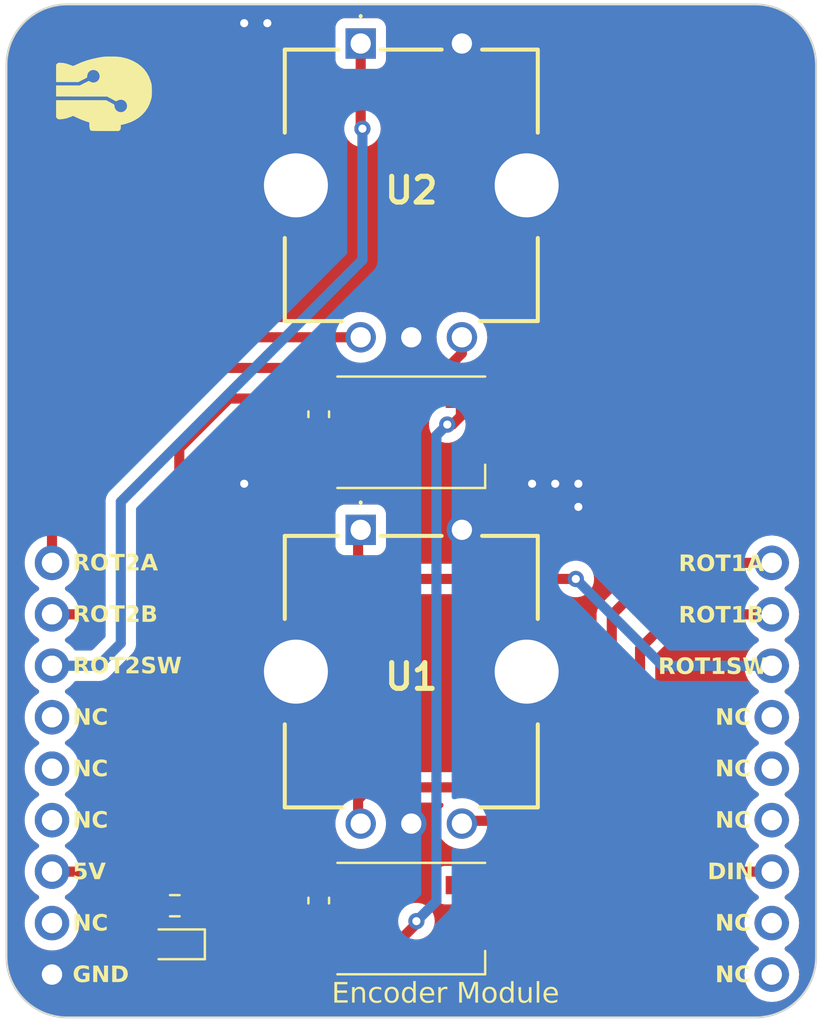
<source format=kicad_pcb>
(kicad_pcb (version 20221018) (generator pcbnew)
  (layers (0 "F.Cu" signal) (31 "B.Cu" signal) (34 "B.Paste" user) (35 "F.Paste" user) (36 "B.SilkS" user "B.Silkscreen") (37 "F.SilkS" user "F.Silkscreen") (38 "B.Mask" user) (39 "F.Mask" user) (44 "Edge.Cuts" user))
  (net 0 "")
  (net 1 "+5V")
  (net 2 "GND")
  (net 3 "Net-(D1-DOUT)")
  (net 4 "DIN")
  (net 6 "ROT01_SW")
  (net 7 "ROT01_A")
  (net 8 "ROT01_B")
  (net 9 "ROT02_SW")
  (net 10 "ROT02_A")
  (net 11 "ROT02_B")
  (net 21 "Net-(D3-A)")
  (footprint "LED_SMD:LED_WS2812B_PLCC4_5.0x5.0mm_P3.2mm" (layer "F.Cu") (at 119.38 98.933)
    (fp_text reference "D1" hide)
    (fp_text value "WS2812B" hide)
    (fp_line (start -3.65 -2.75) (end 3.65 -2.75) (stroke (width 0.12)) (layer "F.SilkS"))
    (fp_line (start -3.65 2.75) (end 3.65 2.75) (stroke (width 0.12)) (layer "F.SilkS"))
    (fp_line (start 3.65 2.75) (end 3.65 1.6) (stroke (width 0.12)) (layer "F.SilkS"))
    (pad "1" smd rect (at -2.45 -1.65) (size 1.5 0.9) (layers "F.Cu" "F.Paste" "F.Mask") (net 1 "+5V"))
    (pad "2" smd rect (at -2.45 1.65) (size 1.5 0.9) (layers "F.Cu" "F.Paste" "F.Mask") (net 3 "Net-(D1-DOUT)"))
    (pad "3" smd rect (at 2.45 1.65) (size 1.5 0.9) (layers "F.Cu" "F.Paste" "F.Mask") (net 2 "GND"))
    (pad "4" smd rect (at 2.45 -1.65) (size 1.5 0.9) (layers "F.Cu" "F.Paste" "F.Mask") (net 4 "DIN"))
  )
  (footprint "LED_SMD:LED_WS2812B_PLCC4_5.0x5.0mm_P3.2mm" (layer "F.Cu") (at 119.38 74.93)
    (fp_text reference "D2" hide)
    (fp_text value "WS2812B" hide)
    (fp_line (start -3.65 -2.75) (end 3.65 -2.75) (stroke (width 0.12)) (layer "F.SilkS"))
    (fp_line (start -3.65 2.75) (end 3.65 2.75) (stroke (width 0.12)) (layer "F.SilkS"))
    (fp_line (start 3.65 2.75) (end 3.65 1.6) (stroke (width 0.12)) (layer "F.SilkS"))
    (pad "1" smd rect (at -2.45 -1.65) (size 1.5 0.9) (layers "F.Cu" "F.Paste" "F.Mask") (net 1 "+5V"))
    (pad "2" smd rect (at -2.45 1.65) (size 1.5 0.9) (layers "F.Cu" "F.Paste" "F.Mask"))
    (pad "3" smd rect (at 2.45 1.65) (size 1.5 0.9) (layers "F.Cu" "F.Paste" "F.Mask") (net 2 "GND"))
    (pad "4" smd rect (at 2.45 -1.65) (size 1.5 0.9) (layers "F.Cu" "F.Paste" "F.Mask") (net 3 "Net-(D1-DOUT)"))
  )
  (footprint "LED_SMD:LED_0603_1608Metric" (layer "F.Cu") (at 107.696 100.203 180)
    (fp_text reference "D3" hide)
    (fp_text value "LED" hide)
    (fp_line (start -1.485 -0.735) (end -1.485 0.735) (stroke (width 0.12)) (layer "F.SilkS"))
    (fp_line (start -1.485 0.735) (end 0.8 0.735) (stroke (width 0.12)) (layer "F.SilkS"))
    (fp_line (start 0.8 -0.735) (end -1.485 -0.735) (stroke (width 0.12)) (layer "F.SilkS"))
    (pad "1" smd roundrect (at -0.7875 0 180) (size 0.875 0.95) (layers "F.Cu" "F.Paste" "F.Mask") (net 2 "GND"))
    (pad "2" smd roundrect (at 0.7875 0 180) (size 0.875 0.95) (layers "F.Cu" "F.Paste" "F.Mask") (net 21 "Net-(D3-A)"))
  )
  (footprint "Capacitor_SMD:C_0603_1608Metric" (layer "F.Cu") (at 114.808 74.041 -90)
    (fp_text reference "C1" hide)
    (fp_text value "1uF" hide)
    (fp_line (start -0.14058 -0.51) (end 0.14058 -0.51) (stroke (width 0.12)) (layer "F.SilkS"))
    (fp_line (start -0.14058 0.51) (end 0.14058 0.51) (stroke (width 0.12)) (layer "F.SilkS"))
    (pad "1" smd roundrect (at -0.775 0 270) (size 0.9 0.95) (layers "F.Cu" "F.Paste" "F.Mask") (net 1 "+5V"))
    (pad "2" smd roundrect (at 0.775 0 270) (size 0.9 0.95) (layers "F.Cu" "F.Paste" "F.Mask") (net 2 "GND"))
  )
  (footprint "Capacitor_SMD:C_0603_1608Metric" (layer "F.Cu") (at 114.808 98.044 -90)
    (fp_text reference "C2" hide)
    (fp_text value "1uF" hide)
    (fp_line (start -0.14058 -0.51) (end 0.14058 -0.51) (stroke (width 0.12)) (layer "F.SilkS"))
    (fp_line (start -0.14058 0.51) (end 0.14058 0.51) (stroke (width 0.12)) (layer "F.SilkS"))
    (pad "1" smd roundrect (at -0.775 0 270) (size 0.9 0.95) (layers "F.Cu" "F.Paste" "F.Mask") (net 1 "+5V"))
    (pad "2" smd roundrect (at 0.775 0 270) (size 0.9 0.95) (layers "F.Cu" "F.Paste" "F.Mask") (net 2 "GND"))
  )
  (footprint "encoder:PEC11R4215FS0024" (layer "F.Cu") (at 116.88 79.745)
    (fp_text reference "U1" (at 2.5 7.25) (layer "F.SilkS") (effects (font (size 1.27 1.27) (thickness 0.254))))
    (fp_text value "ENC_01" hide)
    (fp_line (start -3.75 0.3) (end -3.75 4.4) (stroke (width 0.2)) (layer "F.SilkS"))
    (fp_line (start -3.75 9.6) (end -3.75 13.7) (stroke (width 0.2)) (layer "F.SilkS"))
    (fp_line (start -3.75 13.7) (end -0.9 13.7) (stroke (width 0.2)) (layer "F.SilkS"))
    (fp_line (start -1.1 0.3) (end -3.75 0.3) (stroke (width 0.2)) (layer "F.SilkS"))
    (fp_line (start 0 -1.4) (end 0 -1.4) (stroke (width 0.1)) (layer "F.SilkS"))
    (fp_line (start 0 -1.3) (end 0 -1.3) (stroke (width 0.1)) (layer "F.SilkS"))
    (fp_line (start 4 0.3) (end 1 0.3) (stroke (width 0.2)) (layer "F.SilkS"))
    (fp_line (start 5.9 13.7) (end 8.75 13.7) (stroke (width 0.2)) (layer "F.SilkS"))
    (fp_line (start 8.75 0.3) (end 6 0.3) (stroke (width 0.2)) (layer "F.SilkS"))
    (fp_line (start 8.75 4.4) (end 8.75 0.3) (stroke (width 0.2)) (layer "F.SilkS"))
    (fp_line (start 8.75 13.7) (end 8.75 9.6) (stroke (width 0.2)) (layer "F.SilkS"))
    (fp_arc (start 0 -1.4) (mid 0.05 -1.35) (end 0 -1.3) (stroke (width 0.1)) (layer "F.SilkS"))
    (fp_arc (start 0 -1.3) (mid -0.05 -1.35) (end 0 -1.4) (stroke (width 0.1)) (layer "F.SilkS"))
    (pad "1" thru_hole rect (at 0 0) (size 1.5 1.5) (drill 1) (layers "*.Cu" "*.Mask") (net 6 "ROT01_SW"))
    (pad "2" thru_hole circle (at 5 0) (size 1.5 1.5) (drill 1) (layers "*.Cu" "*.Mask") (net 2 "GND"))
    (pad "A1" thru_hole circle (at 0 14.5) (size 1.5 1.5) (drill 1) (layers "*.Cu" "*.Mask") (net 7 "ROT01_A"))
    (pad "B1" thru_hole circle (at 5 14.5) (size 1.5 1.5) (drill 1) (layers "*.Cu" "*.Mask") (net 8 "ROT01_B"))
    (pad "C1" thru_hole circle (at 2.5 14.5) (size 1.5 1.5) (drill 1) (layers "*.Cu" "*.Mask") (net 2 "GND"))
    (pad "MH1" thru_hole circle (at -3.2 7) (size 4.74 4.74) (drill 3.16) (layers "*.Cu" "*.Mask") (net 2 "GND"))
    (pad "MH2" thru_hole circle (at 8.2 7) (size 4.74 4.74) (drill 3.16) (layers "*.Cu" "*.Mask") (net 2 "GND"))
  )
  (footprint "Resistor_SMD:R_0603_1608Metric" (layer "F.Cu") (at 107.696 98.298 180)
    (fp_text reference "R1" hide)
    (fp_text value "470r" hide)
    (fp_line (start -0.237258 -0.5225) (end 0.237258 -0.5225) (stroke (width 0.12)) (layer "F.SilkS"))
    (fp_line (start -0.237258 0.5225) (end 0.237258 0.5225) (stroke (width 0.12)) (layer "F.SilkS"))
    (pad "1" smd roundrect (at -0.825 0 180) (size 0.8 0.95) (layers "F.Cu" "F.Paste" "F.Mask") (net 1 "+5V"))
    (pad "2" smd roundrect (at 0.825 0 180) (size 0.8 0.95) (layers "F.Cu" "F.Paste" "F.Mask") (net 21 "Net-(D3-A)"))
  )
  (footprint "encoder:PEC11R4215FS0024" (layer "F.Cu") (at 116.88 55.742)
    (fp_text reference "U2" (at 2.5 7.25) (layer "F.SilkS") (effects (font (size 1.27 1.27) (thickness 0.254))))
    (fp_text value "ENC_02" hide)
    (fp_line (start -3.75 0.3) (end -3.75 4.4) (stroke (width 0.2)) (layer "F.SilkS"))
    (fp_line (start -3.75 9.6) (end -3.75 13.7) (stroke (width 0.2)) (layer "F.SilkS"))
    (fp_line (start -3.75 13.7) (end -0.9 13.7) (stroke (width 0.2)) (layer "F.SilkS"))
    (fp_line (start -1.1 0.3) (end -3.75 0.3) (stroke (width 0.2)) (layer "F.SilkS"))
    (fp_line (start 0 -1.4) (end 0 -1.4) (stroke (width 0.1)) (layer "F.SilkS"))
    (fp_line (start 0 -1.3) (end 0 -1.3) (stroke (width 0.1)) (layer "F.SilkS"))
    (fp_line (start 4 0.3) (end 1 0.3) (stroke (width 0.2)) (layer "F.SilkS"))
    (fp_line (start 5.9 13.7) (end 8.75 13.7) (stroke (width 0.2)) (layer "F.SilkS"))
    (fp_line (start 8.75 0.3) (end 6 0.3) (stroke (width 0.2)) (layer "F.SilkS"))
    (fp_line (start 8.75 4.4) (end 8.75 0.3) (stroke (width 0.2)) (layer "F.SilkS"))
    (fp_line (start 8.75 13.7) (end 8.75 9.6) (stroke (width 0.2)) (layer "F.SilkS"))
    (fp_arc (start 0 -1.4) (mid 0.05 -1.35) (end 0 -1.3) (stroke (width 0.1)) (layer "F.SilkS"))
    (fp_arc (start 0 -1.3) (mid -0.05 -1.35) (end 0 -1.4) (stroke (width 0.1)) (layer "F.SilkS"))
    (pad "1" thru_hole rect (at 0 0) (size 1.5 1.5) (drill 1) (layers "*.Cu" "*.Mask") (net 9 "ROT02_SW"))
    (pad "2" thru_hole circle (at 5 0) (size 1.5 1.5) (drill 1) (layers "*.Cu" "*.Mask") (net 2 "GND"))
    (pad "A1" thru_hole circle (at 0 14.5) (size 1.5 1.5) (drill 1) (layers "*.Cu" "*.Mask") (net 10 "ROT02_A"))
    (pad "B1" thru_hole circle (at 5 14.5) (size 1.5 1.5) (drill 1) (layers "*.Cu" "*.Mask") (net 11 "ROT02_B"))
    (pad "C1" thru_hole circle (at 2.5 14.5) (size 1.5 1.5) (drill 1) (layers "*.Cu" "*.Mask") (net 2 "GND"))
    (pad "MH1" thru_hole circle (at -3.2 7) (size 4.74 4.74) (drill 3.16) (layers "*.Cu" "*.Mask") (net 2 "GND"))
    (pad "MH2" thru_hole circle (at 8.2 7) (size 4.74 4.74) (drill 3.16) (layers "*.Cu" "*.Mask") (net 2 "GND"))
  )
  (footprint "Moduler_:pin_header_5-3" (layer "F.Cu") (at 119.38 91.567)
    (fp_text reference "U3" hide)
    (fp_text value "~" hide)
    (fp_text user "5V" (at -16.735366 5.556402 unlocked) (layer "F.SilkS") (effects (font (size 0.8 0.8) (thickness 0.2) bold) (justify left bottom)))
    (fp_text user "NC" (at 15.014634 0.476402 unlocked) (layer "F.SilkS") (effects (font (size 0.8 0.8) (thickness 0.2) bold) (justify left bottom)))
    (fp_text user "NC" (at 15.014634 3.016402 unlocked) (layer "F.SilkS") (effects (font (size 0.8 0.8) (thickness 0.2) bold) (justify left bottom)))
    (fp_text user "ROT1B" (at 13.208 -7.112 unlocked) (layer "F.SilkS") (effects (font (size 0.8 0.8) (thickness 0.2) bold) (justify left bottom)))
    (fp_text user "ROT1SW" (at 12.192 -4.572 unlocked) (layer "F.SilkS") (effects (font (size 0.8 0.8) (thickness 0.2) bold) (justify left bottom)))
    (fp_text user "NC" (at 15.014634 10.636402 unlocked) (layer "F.SilkS") (effects (font (size 0.8 0.8) (thickness 0.2) bold) (justify left bottom)))
    (fp_text user "NC" (at 15.014634 0.476402 unlocked) (layer "F.SilkS") (effects (font (size 0.8 0.8) (thickness 0.2) bold) (justify left bottom)))
    (fp_text user "NC" (at -16.735366 8.096402 unlocked) (layer "F.SilkS") (effects (font (size 0.8 0.8) (thickness 0.2) bold) (justify left bottom)))
    (fp_text user "NC" (at -16.735366 0.476402 unlocked) (layer "F.SilkS") (effects (font (size 0.8 0.8) (thickness 0.2) bold) (justify left bottom)))
    (fp_text user "NC" (at -16.735366 3.016402 unlocked) (layer "F.SilkS") (effects (font (size 0.8 0.8) (thickness 0.2) bold) (justify left bottom)))
    (fp_text user "NC" (at 15.014634 8.096402 unlocked) (layer "F.SilkS") (effects (font (size 0.8 0.8) (thickness 0.2) bold) (justify left bottom)))
    (fp_text user "NC" (at -16.735366 -2.063598 unlocked) (layer "F.SilkS") (effects (font (size 0.8 0.8) (thickness 0.2) bold) (justify left bottom)))
    (fp_text user "GND" (at -16.735366 10.636402 unlocked) (layer "F.SilkS") (effects (font (size 0.8 0.8) (thickness 0.2) bold) (justify left bottom)))
    (fp_text user "NC" (at 15.014634 10.636402 unlocked) (layer "F.SilkS") (effects (font (size 0.8 0.8) (thickness 0.2) bold) (justify left bottom)))
    (fp_text user "ROT1A" (at 13.208 -9.652 unlocked) (layer "F.SilkS") (effects (font (size 0.8 0.8) (thickness 0.2) bold) (justify left bottom)))
    (fp_text user "NC" (at 15.014634 -2.063598 unlocked) (layer "F.SilkS") (effects (font (size 0.8 0.8) (thickness 0.2) bold) (justify left bottom)))
    (fp_text user "Encoder Module" (at -3.937 11.684 unlocked) (layer "F.SilkS") (effects (font (thickness 0.1)) (justify left bottom)))
    (fp_text user "ROT2B" (at -16.735366 -7.143598 unlocked) (layer "F.SilkS") (effects (font (size 0.8 0.8) (thickness 0.2) bold) (justify left bottom)))
    (fp_text user "ROT2SW" (at -16.735366 -4.603598 unlocked) (layer "F.SilkS") (effects (font (size 0.8 0.8) (thickness 0.2) bold) (justify left bottom)))
    (fp_text user "NC" (at 15.014634 8.096402 unlocked) (layer "F.SilkS") (effects (font (size 0.8 0.8) (thickness 0.2) bold) (justify left bottom)))
    (fp_text user "DIN" (at 14.633634 5.556402 unlocked) (layer "F.SilkS") (effects (font (size 0.8 0.8) (thickness 0.2) bold) (justify left bottom)))
    (fp_text user "ROT2A" (at -16.735366 -9.683598 unlocked) (layer "F.SilkS") (effects (font (size 0.8 0.8) (thickness 0.2) bold) (justify left bottom)))
    (fp_poly (pts (xy -14.710948 -35.17884) (xy -14.585939 -35.174576) (xy -14.474002 -35.167811) (xy -14.382368 -35.158606) (xy -14.34329 -35.152534) (xy -14.154835 -35.11138) (xy -13.984897 -35.060364) (xy -13.820935 -34.995405) (xy -13.73097 -34.953342) (xy -13.527375 -34.837922) (xy -13.348687 -34.703228) (xy -13.194484 -34.548746) (xy -13.064344 -34.373962) (xy -12.957846 -34.178362) (xy -12.874566 -33.961431) (xy -12.851087 -33.881335) (xy -12.838325 -33.829151) (xy -12.829212 -33.776795) (xy -12.823172 -33.71741) (xy -12.81963 -33.644137) (xy -12.818011 -33.550119) (xy -12.817726 -33.483485) (xy -12.818037 -33.37837) (xy -12.819745 -33.297491) (xy -12.823539 -33.2335) (xy -12.830105 -33.17905) (xy -12.840132 -33.126793) (xy -12.854308 -33.06938) (xy -12.857653 -33.056811) (xy -12.93108 -32.841374) (xy -13.030729 -32.642803) (xy -13.155513 -32.462084) (xy -13.304344 -32.300201) (xy -13.476134 -32.158139) (xy -13.669797 -32.036884) (xy -13.884244 -31.93742) (xy -14.118388 -31.860732) (xy -14.200901 -31.840337) (xy -14.354913 -31.805212) (xy -14.354913 -31.70327) (xy -14.356453 -31.645196) (xy -14.363385 -31.60754) (xy -14.379173 -31.579187) (xy -14.401086 -31.555155) (xy -14.447259 -31.508982) (xy -15.123754 -31.509463) (xy -15.31892 -31.51001) (xy -15.482554 -31.511353) (xy -15.614702 -31.513493) (xy -15.715413 -31.516432) (xy -15.784737 -31.52017) (xy -15.82272 -31.524708) (xy -15.829372 -31.526872) (xy -15.865071 -31.564552) (xy -15.888907 -31.629647) (xy -15.90111 -31.722975) (xy -15.902948 -31.788854) (xy -15.902973 -31.927577) (xy -16.102689 -31.995173) (xy -16.198979 -32.03008) (xy -16.30906 -32.073627) (xy -16.41864 -32.119985) (xy -16.504486 -32.15904) (xy -16.706568 -32.255311) (xy -16.850424 -32.197068) (xy -17.03963 -32.132811) (xy -17.221023 -32.096904) (xy -17.33758 -32.088314) (xy -17.397934 -32.087624) (xy -17.436315 -32.091059) (xy -17.462315 -32.101512) (xy -17.485529 -32.121876) (xy -17.499489 -32.137123) (xy -17.545709 -32.18871) (xy -17.545709 -32.607055) (xy -17.545709 -33.0254) (xy -16.312292 -33.0254) (xy -15.078876 -33.0254) (xy -14.869167 -32.91472) (xy -14.788206 -32.871562) (xy -14.731432 -32.839759) (xy -14.694859 -32.816377) (xy -14.6745 -32.798482) (xy -14.666369 -32.783139) (xy -14.666477 -32.767412) (xy -14.666779 -32.765751) (xy -14.665126 -32.712626) (xy -14.646602 -32.647798) (xy -14.615766 -32.582773) (xy -14.577176 -32.529059) (xy -14.570128 -32.521836) (xy -14.521593 -32.485665) (xy -14.46201 -32.455235) (xy -14.440165 -32.447418) (xy -14.346411 -32.433525) (xy -14.258748 -32.44701) (xy -14.180875 -32.483784) (xy -14.116492 -32.539757) (xy -14.069298 -32.610842) (xy -14.042993 -32.692949) (xy -14.041277 -32.781989) (xy -14.06344 -32.863783) (xy -14.114073 -32.948142) (xy -14.183136 -33.009345) (xy -14.265955 -33.045786) (xy -14.35786 -33.055858) (xy -14.454177 -33.037956) (xy -14.506418 -33.016072) (xy -14.587296 -32.975152) (xy -14.80677 -33.091103) (xy -15.026244 -33.207055) (xy -16.285976 -33.211369) (xy -17.545709 -33.215684) (xy -17.545709 -33.483851) (xy -17.545709 -33.752017) (xy -16.961474 -33.752017) (xy -16.377239 -33.752017) (xy -16.149006 -33.870641) (xy -16.050994 -33.920159) (xy -15.978201 -33.95376) (xy -15.93116 -33.971216) (xy -15.91041 -33.972302) (xy -15.909899 -33.97167) (xy -15.889735 -33.954812) (xy -15.851779 -33.93309) (xy -15.833841 -33.924476) (xy -15.74271 -33.898346) (xy -15.654046 -33.900218) (xy -15.572016 -33.926547) (xy -15.500786 -33.973787) (xy -15.444523 -34.038396) (xy -15.407394 -34.116826) (xy -15.393566 -34.205535) (xy -15.404165 -34.29) (xy -15.441455 -34.376665) (xy -15.500566 -34.445985) (xy -15.575798 -34.495062) (xy -15.661453 -34.520999) (xy -15.751831 -34.520897) (xy -15.820285 -34.501574) (xy -15.90513 -34.451436) (xy -15.965566 -34.38171) (xy -16.00221 -34.291517) (xy -16.012904 -34.228531) (xy -16.021393 -34.144286) (xy -16.233611 -34.03503) (xy -16.445829 -33.925773) (xy -16.995769 -33.925773) (xy -17.545709 -33.925773) (xy -17.545709 -34.353481) (xy -17.545709 -34.781189) (xy -17.499536 -34.827362) (xy -17.472807 -34.851465) (xy -17.44641 -34.865291) (xy -17.410518 -34.871628) (xy -17.355302 -34.87326) (xy -17.337627 -34.87326) (xy -17.1905 -34.86262) (xy -17.039194 -34.830323) (xy -16.876273 -34.774761) (xy -16.86862 -34.771717) (xy -16.805513 -34.747338) (xy -16.752102 -34.728303) (xy -16.716061 -34.71727) (xy -16.706518 -34.715574) (xy -16.684698 -34.722235) (xy -16.640805 -34.740425) (xy -16.580976 -34.767455) (xy -16.511349 -34.800638) (xy -16.503128 -34.804659) (xy -16.279364 -34.902437) (xy -16.029016 -34.989762) (xy -15.755661 -35.065594) (xy -15.46287 -35.128896) (xy -15.27898 -35.160488) (xy -15.197078 -35.169653) (xy -15.092093 -35.176009) (xy -14.971256 -35.179618) (xy -14.841797 -35.180541)) (fill solid) (layer "F.SilkS"))
    (fp_poly (pts (xy -14.710948 -35.17884) (xy -14.585939 -35.174576) (xy -14.474002 -35.167811) (xy -14.382368 -35.158606) (xy -14.34329 -35.152534) (xy -14.154835 -35.11138) (xy -13.984897 -35.060364) (xy -13.820935 -34.995405) (xy -13.73097 -34.953342) (xy -13.527375 -34.837922) (xy -13.348687 -34.703228) (xy -13.194484 -34.548746) (xy -13.064344 -34.373962) (xy -12.957846 -34.178362) (xy -12.874566 -33.961431) (xy -12.851087 -33.881335) (xy -12.838325 -33.829151) (xy -12.829212 -33.776795) (xy -12.823172 -33.71741) (xy -12.81963 -33.644137) (xy -12.818011 -33.550119) (xy -12.817726 -33.483485) (xy -12.818037 -33.37837) (xy -12.819745 -33.297491) (xy -12.823539 -33.2335) (xy -12.830105 -33.17905) (xy -12.840132 -33.126793) (xy -12.854308 -33.06938) (xy -12.857653 -33.056811) (xy -12.93108 -32.841374) (xy -13.030729 -32.642803) (xy -13.155513 -32.462084) (xy -13.304344 -32.300201) (xy -13.476134 -32.158139) (xy -13.669797 -32.036884) (xy -13.884244 -31.93742) (xy -14.118388 -31.860732) (xy -14.200901 -31.840337) (xy -14.354913 -31.805212) (xy -14.354913 -31.70327) (xy -14.356453 -31.645196) (xy -14.363385 -31.60754) (xy -14.379173 -31.579187) (xy -14.401086 -31.555155) (xy -14.447259 -31.508982) (xy -15.123754 -31.509463) (xy -15.31892 -31.51001) (xy -15.482554 -31.511353) (xy -15.614702 -31.513493) (xy -15.715413 -31.516432) (xy -15.784737 -31.52017) (xy -15.82272 -31.524708) (xy -15.829372 -31.526872) (xy -15.865071 -31.564552) (xy -15.888907 -31.629647) (xy -15.90111 -31.722975) (xy -15.902948 -31.788854) (xy -15.902973 -31.927577) (xy -16.102689 -31.995173) (xy -16.198979 -32.03008) (xy -16.30906 -32.073627) (xy -16.41864 -32.119985) (xy -16.504486 -32.15904) (xy -16.706568 -32.255311) (xy -16.850424 -32.197068) (xy -17.03963 -32.132811) (xy -17.221023 -32.096904) (xy -17.33758 -32.088314) (xy -17.397934 -32.087624) (xy -17.436315 -32.091059) (xy -17.462315 -32.101512) (xy -17.485529 -32.121876) (xy -17.499489 -32.137123) (xy -17.545709 -32.18871) (xy -17.545709 -32.607055) (xy -17.545709 -33.0254) (xy -16.312292 -33.0254) (xy -15.078876 -33.0254) (xy -14.869167 -32.91472) (xy -14.788206 -32.871562) (xy -14.731432 -32.839759) (xy -14.694859 -32.816377) (xy -14.6745 -32.798482) (xy -14.666369 -32.783139) (xy -14.666477 -32.767412) (xy -14.666779 -32.765751) (xy -14.665126 -32.712626) (xy -14.646602 -32.647798) (xy -14.615766 -32.582773) (xy -14.577176 -32.529059) (xy -14.570128 -32.521836) (xy -14.521593 -32.485665) (xy -14.46201 -32.455235) (xy -14.440165 -32.447418) (xy -14.346411 -32.433525) (xy -14.258748 -32.44701) (xy -14.180875 -32.483784) (xy -14.116492 -32.539757) (xy -14.069298 -32.610842) (xy -14.042993 -32.692949) (xy -14.041277 -32.781989) (xy -14.06344 -32.863783) (xy -14.114073 -32.948142) (xy -14.183136 -33.009345) (xy -14.265955 -33.045786) (xy -14.35786 -33.055858) (xy -14.454177 -33.037956) (xy -14.506418 -33.016072) (xy -14.587296 -32.975152) (xy -14.80677 -33.091103) (xy -15.026244 -33.207055) (xy -16.285976 -33.211369) (xy -17.545709 -33.215684) (xy -17.545709 -33.483851) (xy -17.545709 -33.752017) (xy -16.961474 -33.752017) (xy -16.377239 -33.752017) (xy -16.149006 -33.870641) (xy -16.050994 -33.920159) (xy -15.978201 -33.95376) (xy -15.93116 -33.971216) (xy -15.91041 -33.972302) (xy -15.909899 -33.97167) (xy -15.889735 -33.954812) (xy -15.851779 -33.93309) (xy -15.833841 -33.924476) (xy -15.74271 -33.898346) (xy -15.654046 -33.900218) (xy -15.572016 -33.926547) (xy -15.500786 -33.973787) (xy -15.444523 -34.038396) (xy -15.407394 -34.116826) (xy -15.393566 -34.205535) (xy -15.404165 -34.29) (xy -15.441455 -34.376665) (xy -15.500566 -34.445985) (xy -15.575798 -34.495062) (xy -15.661453 -34.520999) (xy -15.751831 -34.520897) (xy -15.820285 -34.501574) (xy -15.90513 -34.451436) (xy -15.965566 -34.38171) (xy -16.00221 -34.291517) (xy -16.012904 -34.228531) (xy -16.021393 -34.144286) (xy -16.233611 -34.03503) (xy -16.445829 -33.925773) (xy -16.995769 -33.925773) (xy -17.545709 -33.925773) (xy -17.545709 -34.353481) (xy -17.545709 -34.781189) (xy -17.499536 -34.827362) (xy -17.472807 -34.851465) (xy -17.44641 -34.865291) (xy -17.410518 -34.871628) (xy -17.355302 -34.87326) (xy -17.337627 -34.87326) (xy -17.1905 -34.86262) (xy -17.039194 -34.830323) (xy -16.876273 -34.774761) (xy -16.86862 -34.771717) (xy -16.805513 -34.747338) (xy -16.752102 -34.728303) (xy -16.716061 -34.71727) (xy -16.706518 -34.715574) (xy -16.684698 -34.722235) (xy -16.640805 -34.740425) (xy -16.580976 -34.767455) (xy -16.511349 -34.800638) (xy -16.503128 -34.804659) (xy -16.279364 -34.902437) (xy -16.029016 -34.989762) (xy -15.755661 -35.065594) (xy -15.46287 -35.128896) (xy -15.27898 -35.160488) (xy -15.197078 -35.169653) (xy -15.092093 -35.176009) (xy -14.971256 -35.179618) (xy -14.841797 -35.180541)) (fill solid) (layer "F.SilkS"))
    (fp_poly (pts (xy 17.154627 -37.750531) (xy 17.306893 -37.738952) (xy 17.456945 -37.719884) (xy 17.604595 -37.693514) (xy 17.749655 -37.660032) (xy 17.891935 -37.619627) (xy 18.031248 -37.572485) (xy 18.167406 -37.518797) (xy 18.300219 -37.458749) (xy 18.429499 -37.392531) (xy 18.555059 -37.320331) (xy 18.676709 -37.242337) (xy 18.794262 -37.158739) (xy 18.907528 -37.069723) (xy 19.01632 -36.975479) (xy 19.120449 -36.876195) (xy 19.219726 -36.772059) (xy 19.313964 -36.66326) (xy 19.402974 -36.549986) (xy 19.486568 -36.432426) (xy 19.564556 -36.310768) (xy 19.636751 -36.1852) (xy 19.702965 -36.055911) (xy 19.763009 -35.923089) (xy 19.816694 -35.786922) (xy 19.863832 -35.6476) (xy 19.904235 -35.50531) (xy 19.937715 -35.360241) (xy 19.964083 -35.212581) (xy 19.98315 -35.062518) (xy 19.994728 -34.910242) (xy 19.99863 -34.755939) (xy 19.99863 9.244306) (xy 19.994728 9.398609) (xy 19.98315 9.550885) (xy 19.964083 9.700948) (xy 19.937715 9.848608) (xy 19.904235 9.993677) (xy 19.863832 10.135968) (xy 19.816694 10.27529) (xy 19.763009 10.411456) (xy 19.702965 10.544278) (xy 19.636751 10.673567) (xy 19.564556 10.799135) (xy 19.486568 10.920794) (xy 19.402974 11.038354) (xy 19.313964 11.151628) (xy 19.219726 11.260427) (xy 19.120449 11.364562) (xy 19.01632 11.463846) (xy 18.907528 11.55809) (xy 18.794262 11.647106) (xy 18.676709 11.730705) (xy 18.555059 11.808698) (xy 18.429499 11.880898) (xy 18.300219 11.947116) (xy 18.167406 12.007163) (xy 18.031248 12.060852) (xy 17.891935 12.107993) (xy 17.749655 12.148399) (xy 17.604595 12.181881) (xy 17.456945 12.20825) (xy 17.306893 12.227319) (xy 17.154627 12.238898) (xy 17.000335 12.2428) (xy -17.000335 12.2428) (xy -17.154626 12.238898) (xy -17.306893 12.227319) (xy -17.456945 12.20825) (xy -17.604596 12.181881) (xy -17.749655 12.148399) (xy -17.891936 12.107993) (xy -18.031249 12.060852) (xy -18.167406 12.007163) (xy -18.30022 11.947116) (xy -18.4295 11.880898) (xy -18.55506 11.808698) (xy -18.67671 11.730705) (xy -18.794262 11.647106) (xy -18.907529 11.55809) (xy -19.016321 11.463846) (xy -19.120449 11.364562) (xy -19.219727 11.260427) (xy -19.313965 11.151628) (xy -19.402975 11.038354) (xy -19.486568 10.920794) (xy -19.564556 10.799135) (xy -19.636752 10.673567) (xy -19.702965 10.544278) (xy -19.763009 10.411456) (xy -19.816694 10.27529) (xy -19.863832 10.135968) (xy -19.904235 9.993677) (xy -19.937715 9.848608) (xy -19.964083 9.700948) (xy -19.98315 9.550885) (xy -19.994728 9.398609) (xy -19.99863 9.244306) (xy -19.99863 -34.755939) (xy -19.994728 -34.910242) (xy -19.98315 -35.062518) (xy -19.964083 -35.212581) (xy -19.937715 -35.360241) (xy -19.904235 -35.50531) (xy -19.863832 -35.6476) (xy -19.816694 -35.786922) (xy -19.763009 -35.923089) (xy -19.702965 -36.055911) (xy -19.636752 -36.1852) (xy -19.564556 -36.310768) (xy -19.486568 -36.432426) (xy -19.402975 -36.549986) (xy -19.313965 -36.66326) (xy -19.219727 -36.772059) (xy -19.120449 -36.876195) (xy -19.016321 -36.975479) (xy -18.907529 -37.069723) (xy -18.794262 -37.158739) (xy -18.67671 -37.242337) (xy -18.55506 -37.320331) (xy -18.4295 -37.392531) (xy -18.30022 -37.458749) (xy -18.167406 -37.518797) (xy -18.031249 -37.572485) (xy -17.891936 -37.619627) (xy -17.749655 -37.660032) (xy -17.604596 -37.693514) (xy -17.456945 -37.719884) (xy -17.306893 -37.738952) (xy -17.154626 -37.750531) (xy -17.000335 -37.754433) (xy 17.000335 -37.754433)) (stroke (width 0.1)) (fill none) (layer "Edge.Cuts"))
    (pad "1" thru_hole oval (at -17.751366 -10.191598) (size 1.7 1.7) (drill 1) (layers "*.Cu" "*.Mask") (net 10 "ROT02_A"))
    (pad "1" thru_hole oval (at -17.751366 -10.191598) (size 1.7 1.7) (drill 1) (layers "*.Cu" "*.Mask") (net 10 "ROT02_A"))
    (pad "2" thru_hole oval (at -17.751366 -7.651598) (size 1.7 1.7) (drill 1) (layers "*.Cu" "*.Mask") (net 11 "ROT02_B"))
    (pad "2" thru_hole oval (at -17.751366 -7.651598) (size 1.7 1.7) (drill 1) (layers "*.Cu" "*.Mask") (net 11 "ROT02_B"))
    (pad "3" thru_hole oval (at -17.751366 -5.111598) (size 1.7 1.7) (drill 1) (layers "*.Cu" "*.Mask") (net 9 "ROT02_SW"))
    (pad "3" thru_hole oval (at -17.751366 -5.111598) (size 1.7 1.7) (drill 1) (layers "*.Cu" "*.Mask") (net 9 "ROT02_SW"))
    (pad "4" thru_hole oval (at -17.751366 -2.571598) (size 1.7 1.7) (drill 1) (layers "*.Cu" "*.Mask"))
    (pad "4" thru_hole oval (at -17.751366 -2.571598) (size 1.7 1.7) (drill 1) (layers "*.Cu" "*.Mask"))
    (pad "5" thru_hole oval (at -17.751366 -0.031598) (size 1.7 1.7) (drill 1) (layers "*.Cu" "*.Mask"))
    (pad "5" thru_hole oval (at -17.751366 -0.031598) (size 1.7 1.7) (drill 1) (layers "*.Cu" "*.Mask"))
    (pad "6" thru_hole oval (at -17.751366 2.508402) (size 1.7 1.7) (drill 1) (layers "*.Cu" "*.Mask"))
    (pad "6" thru_hole oval (at -17.751366 2.508402) (size 1.7 1.7) (drill 1) (layers "*.Cu" "*.Mask"))
    (pad "7" thru_hole oval (at -17.751366 5.048402) (size 1.7 1.7) (drill 1) (layers "*.Cu" "*.Mask") (net 1 "+5V"))
    (pad "7" thru_hole oval (at -17.751366 5.048402) (size 1.7 1.7) (drill 1) (layers "*.Cu" "*.Mask") (net 1 "+5V"))
    (pad "8" thru_hole oval (at -17.751366 7.588402) (size 1.7 1.7) (drill 1) (layers "*.Cu" "*.Mask"))
    (pad "8" thru_hole oval (at -17.751366 7.588402) (size 1.7 1.7) (drill 1) (layers "*.Cu" "*.Mask"))
    (pad "9" thru_hole oval (at -17.751366 10.128402) (size 1.7 1.7) (drill 1) (layers "*.Cu" "*.Mask") (net 2 "GND"))
    (pad "9" thru_hole oval (at -17.751366 10.128402) (size 1.7 1.7) (drill 1) (layers "*.Cu" "*.Mask") (net 2 "GND"))
    (pad "10" thru_hole oval (at 17.808634 10.128402) (size 1.7 1.7) (drill 1) (layers "*.Cu" "*.Mask"))
    (pad "10" thru_hole oval (at 17.808634 10.128402) (size 1.7 1.7) (drill 1) (layers "*.Cu" "*.Mask"))
    (pad "11" thru_hole oval (at 17.808634 7.588402) (size 1.7 1.7) (drill 1) (layers "*.Cu" "*.Mask"))
    (pad "11" thru_hole oval (at 17.808634 7.588402) (size 1.7 1.7) (drill 1) (layers "*.Cu" "*.Mask"))
    (pad "12" thru_hole oval (at 17.808634 5.048402) (size 1.7 1.7) (drill 1) (layers "*.Cu" "*.Mask") (net 4 "DIN"))
    (pad "12" thru_hole oval (at 17.808634 5.048402) (size 1.7 1.7) (drill 1) (layers "*.Cu" "*.Mask") (net 4 "DIN"))
    (pad "13" thru_hole oval (at 17.808634 2.508402) (size 1.7 1.7) (drill 1) (layers "*.Cu" "*.Mask"))
    (pad "13" thru_hole oval (at 17.808634 2.508402) (size 1.7 1.7) (drill 1) (layers "*.Cu" "*.Mask"))
    (pad "14" thru_hole oval (at 17.808634 -0.031598) (size 1.7 1.7) (drill 1) (layers "*.Cu" "*.Mask"))
    (pad "14" thru_hole oval (at 17.808634 -0.031598) (size 1.7 1.7) (drill 1) (layers "*.Cu" "*.Mask"))
    (pad "15" thru_hole oval (at 17.808634 -2.571598) (size 1.7 1.7) (drill 1) (layers "*.Cu" "*.Mask"))
    (pad "15" thru_hole oval (at 17.808634 -2.571598) (size 1.7 1.7) (drill 1) (layers "*.Cu" "*.Mask"))
    (pad "16" thru_hole oval (at 17.808634 -5.111598) (size 1.7 1.7) (drill 1) (layers "*.Cu" "*.Mask") (net 6 "ROT01_SW"))
    (pad "16" thru_hole oval (at 17.808634 -5.111598) (size 1.7 1.7) (drill 1) (layers "*.Cu" "*.Mask") (net 6 "ROT01_SW"))
    (pad "17" thru_hole oval (at 17.808634 -7.651598) (size 1.7 1.7) (drill 1) (layers "*.Cu" "*.Mask") (net 8 "ROT01_B"))
    (pad "17" thru_hole oval (at 17.808634 -7.651598) (size 1.7 1.7) (drill 1) (layers "*.Cu" "*.Mask") (net 8 "ROT01_B"))
    (pad "18" thru_hole oval (at 17.808634 -10.191598) (size 1.7 1.7) (drill 1) (layers "*.Cu" "*.Mask") (net 7 "ROT01_A"))
    (pad "18" thru_hole oval (at 17.808634 -10.191598) (size 1.7 1.7) (drill 1) (layers "*.Cu" "*.Mask") (net 7 "ROT01_A"))
  )
  (segment (start 114.808 97.269) (end 108.572 97.269) (width 0.5) (layer "F.Cu") (net 1))
  (segment (start 116.916 97.269) (end 116.93 97.283) (width 0.5) (layer "F.Cu") (net 1))
  (segment (start 107.918402 96.615402) (end 107.918402 75.723598) (width 0.5) (layer "F.Cu") (net 1))
  (segment (start 116.916 73.266) (end 116.93 73.28) (width 0.5) (layer "F.Cu") (net 1))
  (segment (start 114.808 97.269) (end 116.916 97.269) (width 0.5) (layer "F.Cu") (net 1))
  (segment (start 107.918402 75.723598) (end 110.376 73.266) (width 0.5) (layer "F.Cu") (net 1))
  (segment (start 114.808 73.266) (end 116.916 73.266) (width 0.5) (layer "F.Cu") (net 1))
  (segment (start 116.93 73.28) (end 116.803 73.28) (width 0.5) (layer "F.Cu") (net 1))
  (segment (start 108.572 97.269) (end 108.521 97.218) (width 0.5) (layer "F.Cu") (net 1))
  (segment (start 101.628634 96.615402) (end 107.918402 96.615402) (width 0.5) (layer "F.Cu") (net 1))
  (segment (start 108.521 98.298) (end 108.521 97.218) (width 0.5) (layer "F.Cu") (net 1))
  (segment (start 110.376 73.266) (end 114.808 73.266) (width 0.5) (layer "F.Cu") (net 1))
  (segment (start 107.918402 96.615402) (end 108.521 97.218) (width 0.5) (layer "F.Cu") (net 1))
  (via (at 127.635 78.613) (size 0.8) (drill 0.4) (layers "F.Cu" "B.Cu") (net 2))
  (via (at 127.635 77.47) (size 0.8) (drill 0.4) (layers "F.Cu" "B.Cu") (net 2))
  (via (at 111.125 77.47) (size 0.8) (drill 0.4) (layers "F.Cu" "B.Cu") (net 2))
  (via (at 112.268 54.737) (size 0.8) (drill 0.4) (layers "F.Cu" "B.Cu") (net 2))
  (via (at 111.125 54.737) (size 0.8) (drill 0.4) (layers "F.Cu" "B.Cu") (net 2))
  (via (at 126.492 77.47) (size 0.8) (drill 0.4) (layers "F.Cu" "B.Cu") (net 2))
  (via (at 125.349 77.47) (size 0.8) (drill 0.4) (layers "F.Cu" "B.Cu") (net 2))
  (segment (start 121.83 74.131) (end 121.83 73.28) (width 0.5) (layer "F.Cu") (net 3))
  (segment (start 119.634 99.06) (end 119.634 99.187) (width 0.5) (layer "F.Cu") (net 3))
  (segment (start 121.158 74.549) (end 121.412 74.549) (width 0.5) (layer "F.Cu") (net 3))
  (segment (start 121.412 74.549) (end 121.83 74.131) (width 0.5) (layer "F.Cu") (net 3))
  (segment (start 118.238 100.583) (end 116.93 100.583) (width 0.5) (layer "F.Cu") (net 3))
  (segment (start 119.634 99.187) (end 118.238 100.583) (width 0.5) (layer "F.Cu") (net 3))
  (via (at 119.634 99.06) (size 0.8) (drill 0.4) (layers "F.Cu" "B.Cu") (net 3))
  (via (at 121.158 74.549) (size 0.8) (drill 0.4) (layers "F.Cu" "B.Cu") (net 3))
  (segment (start 120.622962 75.084038) (end 121.158 74.549) (width 0.5) (layer "B.Cu") (net 3))
  (segment (start 119.634 99.06) (end 120.622962 98.071038) (width 0.5) (layer "B.Cu") (net 3))
  (segment (start 120.622962 98.071038) (end 120.622962 75.084038) (width 0.5) (layer "B.Cu") (net 3))
  (segment (start 133.635598 96.615402) (end 137.188634 96.615402) (width 0.5) (layer "F.Cu") (net 4))
  (segment (start 132.968 97.283) (end 133.635598 96.615402) (width 0.5) (layer "F.Cu") (net 4))
  (segment (start 121.83 97.283) (end 132.968 97.283) (width 0.5) (layer "F.Cu") (net 4))
  (segment (start 116.753 79.607) (end 116.753 81.066) (width 0.5) (layer "F.Cu") (net 6))
  (segment (start 116.753 81.066) (end 117.856 82.169) (width 0.5) (layer "F.Cu") (net 6))
  (segment (start 117.856 82.169) (end 127.508 82.169) (width 0.5) (layer "F.Cu") (net 6))
  (via (at 127.508 82.169) (size 0.8) (drill 0.4) (layers "F.Cu" "B.Cu") (net 6))
  (segment (start 127.508 82.169) (end 131.794402 86.455402) (width 0.5) (layer "B.Cu") (net 6))
  (segment (start 131.794402 86.455402) (end 137.188634 86.455402) (width 0.5) (layer "B.Cu") (net 6))
  (segment (start 116.753 94.107) (end 116.753 93.051) (width 0.5) (layer "F.Cu") (net 7))
  (segment (start 129.286 91.059) (end 129.286 83.947) (width 0.5) (layer "F.Cu") (net 7))
  (segment (start 129.286 83.947) (end 131.857598 81.375402) (width 0.5) (layer "F.Cu") (net 7))
  (segment (start 116.753 93.051) (end 117.348 92.456) (width 0.5) (layer "F.Cu") (net 7))
  (segment (start 117.348 92.456) (end 127.889 92.456) (width 0.5) (layer "F.Cu") (net 7))
  (segment (start 127.889 92.456) (end 129.286 91.059) (width 0.5) (layer "F.Cu") (net 7))
  (segment (start 131.857598 81.375402) (end 137.188634 81.375402) (width 0.5) (layer "F.Cu") (net 7))
  (segment (start 132.365598 83.915402) (end 137.188634 83.915402) (width 0.5) (layer "F.Cu") (net 8))
  (segment (start 121.753 94.107) (end 129.159 94.107) (width 0.5) (layer "F.Cu") (net 8))
  (segment (start 130.683 85.598) (end 132.365598 83.915402) (width 0.5) (layer "F.Cu") (net 8))
  (segment (start 130.683 92.583) (end 130.683 85.598) (width 0.5) (layer "F.Cu") (net 8))
  (segment (start 129.159 94.107) (end 130.683 92.583) (width 0.5) (layer "F.Cu") (net 8))
  (segment (start 116.88 59.857) (end 116.88 55.742) (width 0.5) (layer "F.Cu") (net 9))
  (segment (start 116.967 59.944) (end 116.88 59.857) (width 0.5) (layer "F.Cu") (net 9))
  (via (at 116.967 59.944) (size 0.8) (drill 0.4) (layers "F.Cu" "B.Cu") (net 9))
  (segment (start 105.029 78.359) (end 105.029 85.344) (width 0.5) (layer "B.Cu") (net 9))
  (segment (start 116.967 59.944) (end 116.967 66.421) (width 0.5) (layer "B.Cu") (net 9))
  (segment (start 103.917598 86.455402) (end 101.628634 86.455402) (width 0.5) (layer "B.Cu") (net 9))
  (segment (start 105.029 85.344) (end 103.917598 86.455402) (width 0.5) (layer "B.Cu") (net 9))
  (segment (start 116.967 66.421) (end 105.029 78.359) (width 0.5) (layer "B.Cu") (net 9))
  (segment (start 116.88 70.242) (end 107.812 70.242) (width 0.5) (layer "F.Cu") (net 10))
  (segment (start 107.812 70.242) (end 101.628634 76.425366) (width 0.5) (layer "F.Cu") (net 10))
  (segment (start 101.628634 76.425366) (end 101.628634 81.375402) (width 0.5) (layer "F.Cu") (net 10))
  (segment (start 103.505 83.3755) (end 102.965098 83.915402) (width 0.5) (layer "F.Cu") (net 11))
  (segment (start 121.88 71.033) (end 121.158 71.755) (width 0.5) (layer "F.Cu") (net 11))
  (segment (start 103.505 76.327) (end 103.505 83.3755) (width 0.5) (layer "F.Cu") (net 11))
  (segment (start 102.965098 83.915402) (end 101.628634 83.915402) (width 0.5) (layer "F.Cu") (net 11))
  (segment (start 121.88 70.242) (end 121.88 71.033) (width 0.5) (layer "F.Cu") (net 11))
  (segment (start 121.158 71.755) (end 108.077 71.755) (width 0.5) (layer "F.Cu") (net 11))
  (segment (start 108.077 71.755) (end 103.505 76.327) (width 0.5) (layer "F.Cu") (net 11))
  (segment (start 106.871 98.298) (end 106.871 100.1655) (width 0.5) (layer "F.Cu") (net 21))
  (segment (start 106.871 100.1655) (end 106.9085 100.203) (width 0.5) (layer "F.Cu") (net 21))
  (zone (net 2) (net_name "GND") (layers "F&B.Cu") (connect_pads yes (clearance 0.5)) (min_thickness 0.25) (fill yes (thermal_gap 0.5) (thermal_bridge_width 0.5))
    (polygon (pts (xy 99.06 53.594) (xy 139.573 53.594) (xy 139.573 104.14) (xy 99.06 104.14)))
  )
)
</source>
